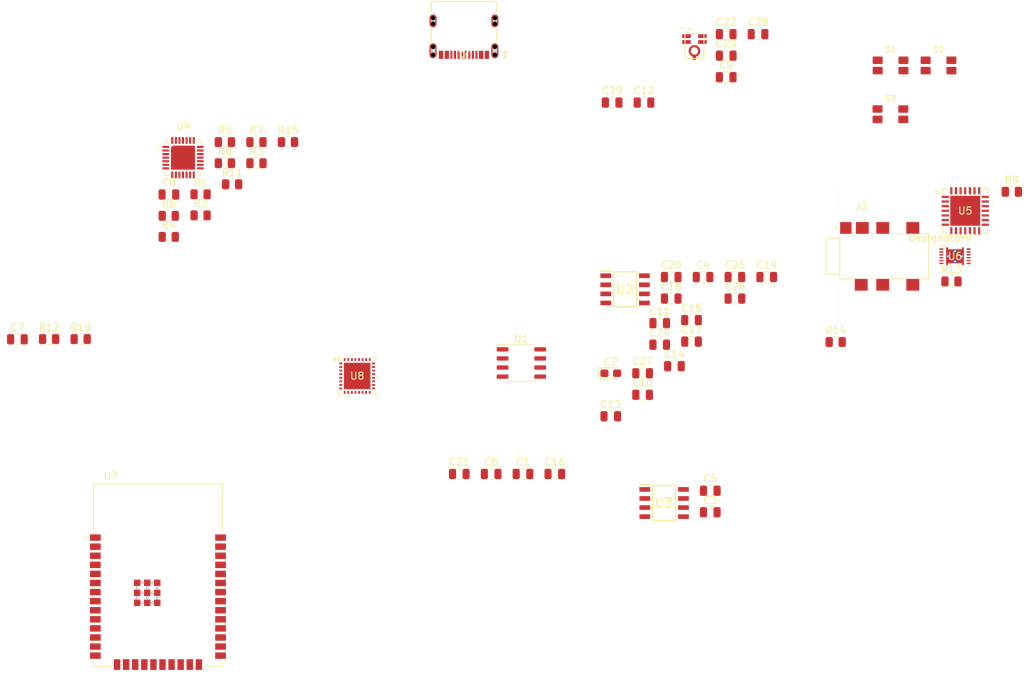
<source format=kicad_pcb>
(kicad_pcb (version 20211014) (generator pcbnew)
  (layers (0 "F.Cu" signal) (31 "B.Cu" signal) (34 "B.Paste" user) (35 "F.Paste" user) (36 "B.SilkS" user "B.Silkscreen") (37 "F.SilkS" user "F.Silkscreen") (38 "B.Mask" user) (39 "F.Mask" user) (44 "Edge.Cuts" user))
  (net 0 "")
  (net 1 "GND")
  (net 2 "+BATT")
  (net 3 "/TVDD")
  (net 4 "/AVDRV")
  (net 5 "Net-(C10-Pad2)")
  (net 6 "/VCOM")
  (net 7 "/SDIN1")
  (net 8 "/LRCK")
  (net 9 "/BICK")
  (net 10 "/MCLK")
  (net 11 "/IN4N")
  (net 12 "/IN4P")
  (net 13 "/IN3N")
  (net 14 "/IN3P")
  (net 15 "/IN2N")
  (net 16 "/IN2P")
  (net 17 "/IN1N")
  (net 18 "/IN1P")
  (net 19 "/AOUT1L")
  (net 20 "/AOUT1R")
  (net 21 "/AOUT2L")
  (net 22 "/AOUT2R")
  (net 23 "/PDN")
  (net 24 "/CAD")
  (net 25 "/SCL")
  (net 26 "/SI")
  (net 27 "/SDA")
  (net 28 "/SDOUT1")
  (net 29 "/SDOUT2")
  (net 30 "/EPAD")
  (net 31 "/D-")
  (net 32 "/D+")
  (net 40 "Net-(D1-Pad1)")
  (net 41 "Net-(D2-Pad1)")
  (net 45 "VBUS")
  (net 47 "Net-(R4-Pad2)")
  (net 48 "Net-(R5-Pad1)")
  (net 50 "Net-(R7-Pad1)")
  (net 59 "Net-(R6-Pad1)")
  (net 60 "Net-(U4-Pad7)")
  (net 61 "Net-(Q1-Pad1)")
  (net 63 "/DTR")
  (net 64 "/RTS")
  (net 65 "Net-(Q1-Pad2)")
  (net 72 "/RXD")
  (net 73 "/RXD0")
  (net 87 "Net-(R10-Pad2)")
  (net 88 "/TXD0")
  (net 89 "/TXD")
  (net 99 "Net-(C1-Pad2)")
  (net 100 "VDC")
  (net 101 "Net-(C9-Pad2)")
  (net 102 "Net-(C11-Pad2)")
  (net 122 "/HSCLK")
  (net 123 "/HMISO")
  (net 124 "/HMOSI")
  (net 127 "Net-(R1-Pad2)")
  (net 128 "Net-(R3-Pad2)")
  (net 134 "/HCS")
  (net 136 "/IO0_BTN")
  (net 140 "/VCS")
  (net 141 "/VCLK")
  (net 142 "/VMISO")
  (net 144 "/VMOSI")
  (net 151 "/BTN_0")
  (net 152 "/BTN_1")
  (net 153 "/BTN_2")
  (net 154 "/BTN_3")
  (net 155 "/DIN")
  (net 156 "/LED_C")
  (net 157 "/DOUT")
  (net 158 "/BCLK")
  (net 165 "/JACK_SW")
  (footprint "Capacitor_SMD:C_0805_2012Metric" (layer "F.Cu") (at 145.577286 83.266947)
    (fp_text reference "C4")
    (fp_text value "1uF")
  )
  (footprint "EVQ-P7B01P:EVQ-P7B01P" (layer "F.Cu") (at 171.763456 60.487265)
    (fp_text reference "S3")
    (fp_text value "EVQ-P7B01P")
  )
  (footprint "Capacitor_SMD:C_0805_2012Metric" (layer "F.Cu") (at 146.586177 116.167371)
    (fp_text reference "C3")
    (fp_text value "1uF")
  )
  (footprint "Resistor_SMD:R_0805_2012Metric" (layer "F.Cu") (at 188.737221 71.343645)
    (fp_text reference "R9")
    (fp_text value "1K")
  )
  (footprint "Capacitor_SMD:C_0805_2012Metric" (layer "F.Cu") (at 150.027286 86.276947)
    (fp_text reference "C26")
    (fp_text value "1uF")
  )
  (footprint "CP2102N-A02-GQFN28R:IC_CP2102N-A02-GQFN28R" (layer "F.Cu") (at 72.886998 66.567053)
    (fp_text reference "U4")
    (fp_text value "CP2102N-A02-GQFN28R")
  )
  (footprint "AP7217A:SOIC127P600X175-8N" (layer "F.Cu") (at 134.677286 84.986947)
    (fp_text reference "U2")
    (fp_text value "AP7217A" hide)
  )
  (footprint "Capacitor_SMD:C_0805_2012Metric" (layer "F.Cu") (at 148.811907 49.294429)
    (fp_text reference "C22")
    (fp_text value "0.1uF")
  )
  (footprint "12402012E212A:12402012E212A_AMP" (layer "F.Cu") (at 112.154668 48.516157 180)
    (fp_text reference "J1")
    (fp_text value "USB_C_Receptacle_USB2.0")
    (fp_line (start -4.32 -2.5542) (end -4.32 -3.6464) (layer "Edge.Cuts") (width 0.6096))
    (fp_line (start 4.32 1.473401) (end 4.32 0.686001) (layer "Edge.Cuts") (width 0.6096))
    (fp_line (start 4.32 -2.5542) (end 4.32 -3.6464) (layer "Edge.Cuts") (width 0.6096))
    (fp_line (start -4.32 1.473401) (end -4.32 0.686001) (layer "Edge.Cuts") (width 0.6096))
  )
  (footprint "Resistor_SMD:R_0805_2012Metric" (layer "F.Cu") (at 83.151998 67.342053)
    (fp_text reference "R3")
    (fp_text value "1k")
  )
  (footprint "Capacitor_SMD:C_0805_2012Metric" (layer "F.Cu") (at 154.477286 83.266947)
    (fp_text reference "C19")
    (fp_text value "2.2uF")
  )
  (footprint "Package_SO:SOP-8_3.9x4.9mm_P1.27mm" (layer "F.Cu") (at 120.182286 95.286947)
    (fp_text reference "U1")
    (fp_text value "TP4056")
  )
  (footprint "Capacitor_SMD:C_0805_2012Metric" (layer "F.Cu") (at 153.261907 49.294429)
    (fp_text reference "C28")
    (fp_text value "10uF")
  )
  (footprint "Capacitor_SMD:C_0805_2012Metric" (layer "F.Cu") (at 124.857286 110.816947)
    (fp_text reference "C16")
    (fp_text value "10uF")
  )
  (footprint "Resistor_SMD:R_0805_2012Metric" (layer "F.Cu") (at 78.741998 67.342053)
    (fp_text reference "R8")
    (fp_text value "47.5K")
  )
  (footprint "Resistor_SMD:R_0805_2012Metric" (layer "F.Cu") (at 164.117221 92.353645)
    (fp_text reference "R14")
    (fp_text value "10K")
  )
  (footprint "MCP23017_E_ML:QFN28_6x6MC_MCH" (layer "F.Cu") (at 182.224421 74.000845)
    (fp_text reference "U5")
    (fp_text value "MCP23017-E/ML")
  )
  (footprint "EVQ-P7B01P:EVQ-P7B01P" (layer "F.Cu") (at 178.487524 53.669966)
    (fp_text reference "S2")
    (fp_text value "EVQ-P7B01P")
  )
  (footprint "Capacitor_SMD:C_0805_2012Metric" (layer "F.Cu") (at 143.967286 92.296947)
    (fp_text reference "C17")
    (fp_text value "0.1uF")
  )
  (footprint "Capacitor_SMD:C_0805_2012Metric" (layer "F.Cu") (at 141.127286 86.276947)
    (fp_text reference "C18")
    (fp_text value "2.2uF")
  )
  (footprint "Capacitor_SMD:C_0805_2012Metric" (layer "F.Cu") (at 137.127286 99.736947)
    (fp_text reference "C10")
    (fp_text value "1uF")
  )
  (footprint "Resistor_SMD:R_0805_2012Metric" (layer "F.Cu") (at 83.151998 64.392053)
    (fp_text reference "R7")
    (fp_text value "22.1K")
  )
  (footprint "Capacitor_SMD:C_0805_2012Metric" (layer "F.Cu") (at 139.517286 92.726947)
    (fp_text reference "C24")
    (fp_text value "1uF")
  )
  (footprint "Capacitor_SMD:C_0805_2012Metric" (layer "F.Cu") (at 132.677286 102.746947)
    (fp_text reference "C13")
    (fp_text value "1uF")
  )
  (footprint "Capacitor_SMD:C_0805_2012Metric" (layer "F.Cu") (at 150.027286 83.266947)
    (fp_text reference "C25")
    (fp_text value "1uF")
  )
  (footprint "ESP32-WROOM-32E__16MB_:XCVR_ESP32-WROOM-32E_(16MB)" (layer "F.Cu") (at 69.387538 124.97333)
    (fp_text reference "U7")
    (fp_text value "ESP32-WROOM-32E_(16MB)")
  )
  (footprint "Capacitor_SMD:C_0805_2012Metric" (layer "F.Cu") (at 49.741998 91.972053)
    (fp_text reference "C7")
    (fp_text value "100nF")
  )
  (footprint "Resistor_SMD:R_0805_2012Metric" (layer "F.Cu") (at 75.341998 74.642053)
    (fp_text reference "R2")
    (fp_text value "0.4")
  )
  (footprint "AP7217A:SOIC127P600X175-8N" (layer "F.Cu") (at 140.136177 114.877371)
    (fp_text reference "U3")
    (fp_text value "AP7217A" hide)
  )
  (footprint "Resistor_SMD:R_0805_2012Metric" (layer "F.Cu") (at 70.891998 74.702053)
    (fp_text reference "R6")
    (fp_text value "100K")
  )
  (footprint "Resistor_SMD:R_0805_2012Metric" (layer "F.Cu") (at 180.297221 83.883645)
    (fp_text reference "R13")
    (fp_text value "10K")
  )
  (footprint "Capacitor_SMD:C_0805_2012Metric" (layer "F.Cu") (at 137.321907 58.864429)
    (fp_text reference "C12")
    (fp_text value "1uF")
  )
  (footprint "Resistor_SMD:R_0805_2012Metric" (layer "F.Cu") (at 87.561998 64.392053)
    (fp_text reference "R15")
    (fp_text value "100K")
  )
  (footprint "SJ-43615TS-SMT:CUI_SJ-43615TS-SMT" (layer "F.Cu") (at 170.887221 80.373645)
    (fp_text reference "J3")
    (fp_text value "SJ-43615TS-SMT")
    (fp_line (start 1.3 -3.15) (end 1.3 -3.6) (layer "Edge.Cuts") (width 0.01))
    (fp_line (start -6.2 -3.15) (end 1.3 -3.15) (layer "Edge.Cuts") (width 0.01))
    (fp_line (start -6.2 3.15) (end 1.3 3.15) (layer "Edge.Cuts") (width 0.01))
    (fp_line (start 1.3 3.15) (end 1.3 3.6) (layer "Edge.Cuts") (width 0.01))
    (fp_line (start 2.5 3.15) (end 2.5 3.6) (layer "Edge.Cuts") (width 0.01))
    (fp_line (start 2.5 -3.15) (end 6.2 -3.15) (layer "Edge.Cuts") (width 0.01))
    (fp_line (start 6.2 -2.15) (end 6.2 2.15) (layer "Edge.Cuts") (width 0.01))
    (fp_line (start -6.2 -3.15) (end -6.2 -10) (layer "Edge.Cuts") (width 0.01))
    (fp_line (start -6.2 3.15) (end -6.2 10) (layer "Edge.Cuts") (width 0.01))
    (fp_line (start 2.5 -3.15) (end 2.5 -3.6) (layer "Edge.Cuts") (width 0.01))
    (fp_line (start 6.2 3.15) (end 2.5 3.15) (layer "Edge.Cuts") (width 0.01))
    (fp_arc (start 6.7 -2.65) (mid 6.553553 -2.296447) (end 6.2 -2.15) (layer "Edge.Cuts") (width 0.01))
    (fp_arc (start 6.2 -3.15) (mid 6.553553 -3.003553) (end 6.7 -2.65) (layer "Edge.Cuts") (width 0.01))
    (fp_arc (start 6.7 2.65) (mid 6.553553 3.003553) (end 6.2 3.15) (layer "Edge.Cuts") (width 0.01))
    (fp_arc (start 6.2 2.15) (mid 6.553553 2.296447) (end 6.7 2.65) (layer "Edge.Cuts") (width 0.01))
    (fp_arc (start 2.5 3.6) (mid 2.324264 4.024264) (end 1.9 4.2) (layer "Edge.Cuts") (width 0.01))
    (fp_arc (start 1.9 -4.2) (mid 2.324264 -4.024264) (end 2.5 -3.6) (layer "Edge.Cuts") (width 0.01))
    (fp_arc (start 1.3 -3.6) (mid 1.475736 -4.024264) (end 1.9 -4.2) (layer "Edge.Cuts") (width 0.01))
    (fp_arc (start 1.9 4.2) (mid 1.475736 4.024264) (end 1.3 3.6) (layer "Edge.Cuts") (width 0.01))
  )
  (footprint "ICS-40618:MIC_ICS-40618" (layer "F.Cu") (at 144.374407 50.929429)
    (fp_text reference "MK1")
    (fp_text value "ICS-40618")
  )
  (footprint "Resistor_SMD:R_0805_2012Metric" (layer "F.Cu") (at 70.891998 77.652053)
    (fp_text reference "R4")
    (fp_text value "2k")
  )
  (footprint "Resistor_SMD:R_0805_2012Metric" (layer "F.Cu") (at 79.751998 70.292053)
    (fp_text reference "R11")
    (fp_text value "10K")
  )
  (footprint "Capacitor_SMD:C_0805_2012Metric" (layer "F.Cu") (at 120.407286 110.816947)
    (fp_text reference "C1")
    (fp_text value "10uF")
  )
  (footprint "Capacitor_SMD:C_0805_2012Metric" (layer "F.Cu") (at 111.507286 110.816947)
    (fp_text reference "C21")
    (fp_text value "2.2uF")
  )
  (footprint "Resistor_SMD:R_0805_2012Metric" (layer "F.Cu") (at 78.741998 64.392053)
    (fp_text reference "R5")
    (fp_text value "100K")
  )
  (footprint "Capacitor_SMD:C_0805_2012Metric" (layer "F.Cu") (at 137.127286 96.726947)
    (fp_text reference "C27")
    (fp_text value "1uF")
  )
  (footprint "AK4619VN:AK4619VN_AKM" (layer "F.Cu") (at 97.233867 97.10381)
    (fp_text reference "U8")
    (fp_text value "AK4619VN")
  )
  (footprint "Capacitor_SMD:C_0805_2012Metric" (layer "F.Cu") (at 141.577286 95.736947)
    (fp_text reference "C14")
    (fp_text value "1uF")
  )
  (footprint "Resistor_SMD:R_0805_2012Metric" (layer "F.Cu") (at 75.341998 71.692053)
    (fp_text reference "R1")
    (fp_text value "1k")
  )
  (footprint "Capacitor_SMD:C_0805_2012Metric" (layer "F.Cu") (at 143.967286 89.286947)
    (fp_text reference "C15")
    (fp_text value "1uF")
  )
  (footprint "Capacitor_SMD:C_0805_2012Metric" (layer "F.Cu") (at 146.586177 113.157371)
    (fp_text reference "C5")
    (fp_text value "1uF")
  )
  (footprint "Capacitor_SMD:C_0805_2012Metric" (layer "F.Cu") (at 132.871907 58.864429)
    (fp_text reference "C29")
    (fp_text value "10uF")
  )
  (footprint "Capacitor_SMD:C_0805_2012Metric" (layer "F.Cu") (at 139.517286 89.716947)
    (fp_text reference "C11")
    (fp_text value "1uF")
  )
  (footprint "Resistor_SMD:R_0805_2012Metric" (layer "F.Cu") (at 58.581998 91.942053)
    (fp_text reference "R10")
    (fp_text value "10K")
  )
  (footprint "Capacitor_SMD:C_0805_2012Metric" (layer "F.Cu") (at 141.127286 83.266947)
    (fp_text reference "C20")
    (fp_text value "0.1uF")
  )
  (footprint "Capacitor_SMD:C_0805_2012Metric" (layer "F.Cu") (at 148.811907 55.314429)
    (fp_text reference "C9")
    (fp_text value "1uF")
  )
  (footprint "Capacitor_SMD:C_0805_2012Metric" (layer "F.Cu") (at 115.957286 110.816947)
    (fp_text reference "C6")
    (fp_text value "10uF")
  )
  (footprint "Capacitor_SMD:C_0805_2012Metric" (layer "F.Cu") (at 148.811907 52.304429)
    (fp_text reference "C23")
    (fp_text value "0.1uF")
  )
  (footprint "Capacitor_SMD:C_0805_2012Metric" (layer "F.Cu") (at 70.911998 71.722053)
    (fp_text reference "C8")
    (fp_text value "4.7uF")
  )
  (footprint "EVQ-P7B01P:EVQ-P7B01P" (layer "F.Cu") (at 171.787524 53.669966)
    (fp_text reference "S1")
    (fp_text value "EVQ-P7B01P")
  )
  (footprint "Resistor_SMD:R_0805_2012Metric" (layer "F.Cu") (at 54.171998 91.942053)
    (fp_text reference "R12")
    (fp_text value "10K")
  )
  (footprint "Capacitor_Tantalum_SMD:CP_EIA-2012-15_AVX-P" (layer "F.Cu") (at 132.677286 96.726947)
    (fp_text reference "C2")
    (fp_text value "10uF")
  )
  (footprint "BQ27441DRZR_G1A:Copy of DRZ0012A" (layer "F.Cu") (at 180.792222 80.358645)
    (fp_text reference "U6")
    (fp_text value "BQ27441DRZR-G1A")
  )
)
</source>
